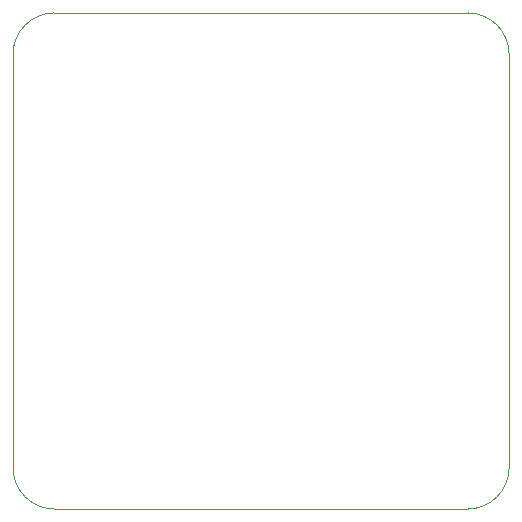
<source format=gbr>
%TF.GenerationSoftware,KiCad,Pcbnew,(6.0.10)*%
%TF.CreationDate,2023-02-14T22:37:11+03:00*%
%TF.ProjectId,BluePill,426c7565-5069-46c6-9c2e-6b696361645f,rev?*%
%TF.SameCoordinates,Original*%
%TF.FileFunction,Profile,NP*%
%FSLAX46Y46*%
G04 Gerber Fmt 4.6, Leading zero omitted, Abs format (unit mm)*
G04 Created by KiCad (PCBNEW (6.0.10)) date 2023-02-14 22:37:11*
%MOMM*%
%LPD*%
G01*
G04 APERTURE LIST*
%TA.AperFunction,Profile*%
%ADD10C,0.100000*%
%TD*%
G04 APERTURE END LIST*
D10*
X93500000Y-83000000D02*
X93500000Y-48000000D01*
X97000000Y-44500000D02*
G75*
G03*
X93500000Y-48000000I0J-3500000D01*
G01*
X132000000Y-86500000D02*
G75*
G03*
X135500000Y-83000000I0J3500000D01*
G01*
X135500000Y-83000000D02*
X135500000Y-48000000D01*
X97000000Y-44500000D02*
X132000000Y-44500000D01*
X93500000Y-83000000D02*
G75*
G03*
X97000000Y-86500000I3500000J0D01*
G01*
X97000000Y-86500000D02*
X132000000Y-86500000D01*
X135500000Y-48000000D02*
G75*
G03*
X132000000Y-44500000I-3500000J0D01*
G01*
M02*

</source>
